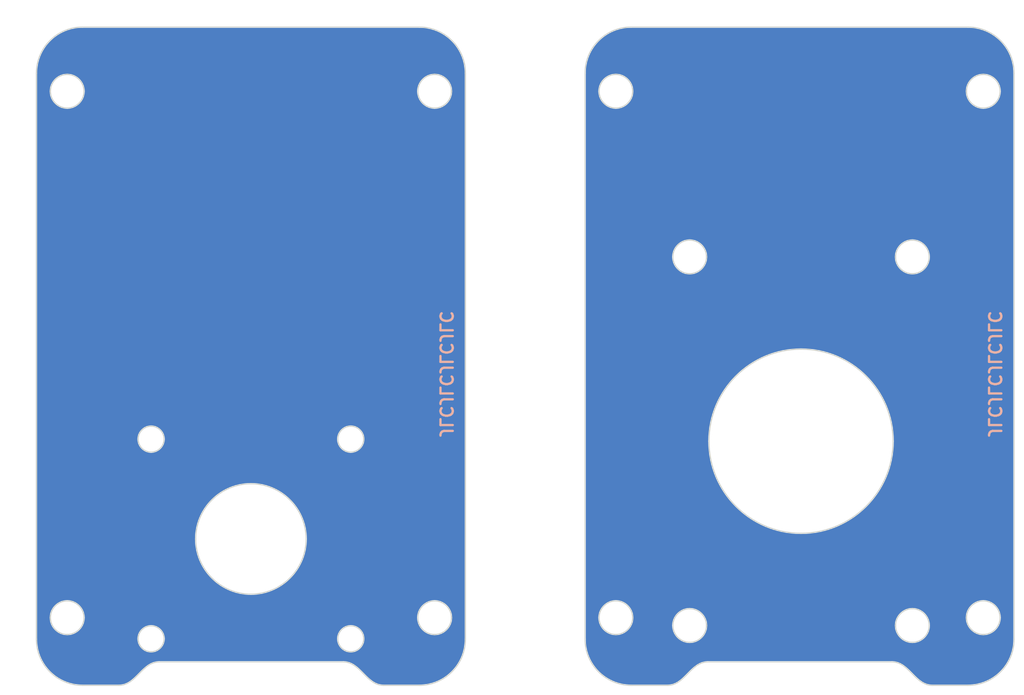
<source format=kicad_pcb>
(kicad_pcb (version 20221018) (generator pcbnew)
  (title_block (title "ISW-OOZY") (rev "1.0"))
  (layers (0 "F.Cu" signal) (31 "B.Cu" signal) (34 "B.Paste" user) (35 "F.Paste" user) (36 "B.SilkS" user "B.Silkscreen") (37 "F.SilkS" user "F.Silkscreen") (38 "B.Mask" user) (39 "F.Mask" user) (44 "Edge.Cuts" user))
  (net 0 "")
  (gr_curve (pts (xy 36.7725 31.981419) (xy 36.7725 31.374312) (xy 37.265393 30.881419) (xy 37.8725 30.881419)) (stroke (width 0.09)) (layer "Edge.Cuts"))
  (gr_curve (pts (xy 71.59625 30.806419) (xy 71.59625 29.150674) (xy 72.940505 27.806419) (xy 74.59625 27.806419)) (stroke (width 0.09)) (layer "Edge.Cuts"))
  (gr_line (start 60.7965 70.656469) (end 58.471596 70.656469) (stroke (width 0.09)) (layer "Edge.Cuts"))
  (gr_curve (pts (xy 91.80325 42.766419) (xy 91.80325 42.159312) (xy 92.296143 41.666419) (xy 92.90325 41.666419)) (stroke (width 0.09)) (layer "Edge.Cuts"))
  (gr_curve (pts (xy 63.7965 67.656469) (xy 63.7965 69.312214) (xy 62.452245 70.656469) (xy 60.7965 70.656469)) (stroke (width 0.09)) (layer "Edge.Cuts"))
  (gr_curve (pts (xy 55.4845 67.631419) (xy 55.4845 67.162291) (xy 55.865372 66.781419) (xy 56.3345 66.781419)) (stroke (width 0.09)) (layer "Edge.Cuts"))
  (gr_curve (pts (xy 79.50325 66.766419) (xy 79.50325 67.373526) (xy 79.010356 67.866419) (xy 78.40325 67.866419)) (stroke (width 0.09)) (layer "Edge.Cuts"))
  (gr_curve (pts (xy 61.7965 65.156419) (xy 62.403606 65.156419) (xy 62.8965 65.649312) (xy 62.8965 66.256419)) (stroke (width 0.09)) (layer "Edge.Cuts"))
  (gr_curve (pts (xy 78.40325 67.866419) (xy 77.796143 67.866419) (xy 77.30325 67.373526) (xy 77.30325 66.766419)) (stroke (width 0.09)) (layer "Edge.Cuts"))
  (gr_curve (pts (xy 94.00325 42.766419) (xy 94.00325 43.373526) (xy 93.510356 43.866419) (xy 92.90325 43.866419)) (stroke (width 0.09)) (layer "Edge.Cuts"))
  (gr_curve (pts (xy 74.69625 31.981419) (xy 74.69625 32.588526) (xy 74.203356 33.081419) (xy 73.59625 33.081419)) (stroke (width 0.09)) (layer "Edge.Cuts"))
  (gr_curve (pts (xy 74.59625 70.656469) (xy 72.940505 70.656469) (xy 71.59625 69.312214) (xy 71.59625 67.656469)) (stroke (width 0.09)) (layer "Edge.Cuts"))
  (gr_curve (pts (xy 79.65325 54.766419) (xy 79.65325 51.454929) (xy 82.34176 48.766419) (xy 85.65325 48.766419)) (stroke (width 0.09)) (layer "Edge.Cuts"))
  (gr_curve (pts (xy 78.40325 43.866419) (xy 77.796143 43.866419) (xy 77.30325 43.373526) (xy 77.30325 42.766419)) (stroke (width 0.09)) (layer "Edge.Cuts"))
  (gr_curve (pts (xy 94.00325 66.766419) (xy 94.00325 67.373526) (xy 93.510356 67.866419) (xy 92.90325 67.866419)) (stroke (width 0.09)) (layer "Edge.Cuts"))
  (gr_curve (pts (xy 73.59625 33.081419) (xy 72.989143 33.081419) (xy 72.49625 32.588526) (xy 72.49625 31.981419)) (stroke (width 0.09)) (layer "Edge.Cuts"))
  (gr_curve (pts (xy 92.90325 41.666419) (xy 93.510356 41.666419) (xy 94.00325 42.159312) (xy 94.00325 42.766419)) (stroke (width 0.09)) (layer "Edge.Cuts"))
  (gr_line (start 55.859127 69.131419) (end 43.859127 69.131419) (stroke (width 0.09)) (layer "Edge.Cuts"))
  (gr_curve (pts (xy 37.8725 30.881419) (xy 38.479606 30.881419) (xy 38.9725 31.374312) (xy 38.9725 31.981419)) (stroke (width 0.09)) (layer "Edge.Cuts"))
  (gr_line (start 63.7965 30.806419) (end 63.7965 67.656469) (stroke (width 0.09)) (layer "Edge.Cuts"))
  (gr_line (start 96.52025 70.656469) (end 94.195347 70.656469) (stroke (width 0.09)) (layer "Edge.Cuts"))
  (gr_curve (pts (xy 57.1845 67.631419) (xy 57.1845 68.100547) (xy 56.803627 68.481419) (xy 56.3345 68.481419)) (stroke (width 0.09)) (layer "Edge.Cuts"))
  (gr_curve (pts (xy 46.2345 61.131419) (xy 46.2345 59.144525) (xy 47.847606 57.531419) (xy 49.8345 57.531419)) (stroke (width 0.09)) (layer "Edge.Cuts"))
  (gr_curve (pts (xy 43.3345 68.481419) (xy 42.865372 68.481419) (xy 42.4845 68.100547) (xy 42.4845 67.631419)) (stroke (width 0.09)) (layer "Edge.Cuts"))
  (gr_line (start 41.246658 70.656469) (end 38.8725 70.656469) (stroke (width 0.09)) (layer "Edge.Cuts"))
  (gr_line (start 74.59625 27.806419) (end 96.52025 27.806419) (stroke (width 0.09)) (layer "Edge.Cuts"))
  (gr_curve (pts (xy 49.8345 64.731419) (xy 47.847606 64.731419) (xy 46.2345 63.118313) (xy 46.2345 61.131419)) (stroke (width 0.09)) (layer "Edge.Cuts"))
  (gr_line (start 91.582878 69.131419) (end 79.582878 69.131419) (stroke (width 0.09)) (layer "Edge.Cuts"))
  (gr_curve (pts (xy 38.9725 31.981419) (xy 38.9725 32.588526) (xy 38.479606 33.081419) (xy 37.8725 33.081419)) (stroke (width 0.09)) (layer "Edge.Cuts"))
  (gr_curve (pts (xy 57.1845 54.631419) (xy 57.1845 55.100547) (xy 56.803627 55.481419) (xy 56.3345 55.481419)) (stroke (width 0.09)) (layer "Edge.Cuts"))
  (gr_curve (pts (xy 62.8965 31.981419) (xy 62.8965 32.588526) (xy 62.403606 33.081419) (xy 61.7965 33.081419)) (stroke (width 0.09)) (layer "Edge.Cuts"))
  (gr_curve (pts (xy 43.3345 66.781419) (xy 43.803627 66.781419) (xy 44.1845 67.162291) (xy 44.1845 67.631419)) (stroke (width 0.09)) (layer "Edge.Cuts"))
  (gr_curve (pts (xy 72.49625 31.981419) (xy 72.49625 31.374312) (xy 72.989143 30.881419) (xy 73.59625 30.881419)) (stroke (width 0.09)) (layer "Edge.Cuts"))
  (gr_curve (pts (xy 92.90325 67.866419) (xy 92.296143 67.866419) (xy 91.80325 67.373526) (xy 91.80325 66.766419)) (stroke (width 0.09)) (layer "Edge.Cuts"))
  (gr_curve (pts (xy 43.3345 55.481419) (xy 42.865372 55.481419) (xy 42.4845 55.100547) (xy 42.4845 54.631419)) (stroke (width 0.09)) (layer "Edge.Cuts"))
  (gr_curve (pts (xy 61.7965 67.356419) (xy 61.189393 67.356419) (xy 60.6965 66.863526) (xy 60.6965 66.256419)) (stroke (width 0.09)) (layer "Edge.Cuts"))
  (gr_curve (pts (xy 73.59625 67.356419) (xy 72.989143 67.356419) (xy 72.49625 66.863526) (xy 72.49625 66.256419)) (stroke (width 0.09)) (layer "Edge.Cuts"))
  (gr_curve (pts (xy 56.3345 66.781419) (xy 56.803627 66.781419) (xy 57.1845 67.162291) (xy 57.1845 67.631419)) (stroke (width 0.09)) (layer "Edge.Cuts"))
  (gr_curve (pts (xy 97.52025 65.156419) (xy 98.127356 65.156419) (xy 98.62025 65.649312) (xy 98.62025 66.256419)) (stroke (width 0.09)) (layer "Edge.Cuts"))
  (gr_curve (pts (xy 91.80325 66.766419) (xy 91.80325 66.159312) (xy 92.296143 65.666419) (xy 92.90325 65.666419)) (stroke (width 0.09)) (layer "Edge.Cuts"))
  (gr_curve (pts (xy 77.30325 42.766419) (xy 77.30325 42.159312) (xy 77.796143 41.666419) (xy 78.40325 41.666419)) (stroke (width 0.09)) (layer "Edge.Cuts"))
  (gr_curve (pts (xy 58.471596 70.656469) (xy 57.351816 70.656469) (xy 56.978907 69.131419) (xy 55.859127 69.131419)) (stroke (width 0.09)) (layer "Edge.Cuts"))
  (gr_line (start 35.8725 67.656469) (end 35.8725 30.806419) (stroke (width 0.09)) (layer "Edge.Cuts"))
  (gr_line (start 76.970409 70.656469) (end 74.59625 70.656469) (stroke (width 0.09)) (layer "Edge.Cuts"))
  (gr_curve (pts (xy 97.52025 33.081419) (xy 96.913143 33.081419) (xy 96.42025 32.588526) (xy 96.42025 31.981419)) (stroke (width 0.09)) (layer "Edge.Cuts"))
  (gr_curve (pts (xy 44.1845 54.631419) (xy 44.1845 55.100547) (xy 43.803627 55.481419) (xy 43.3345 55.481419)) (stroke (width 0.09)) (layer "Edge.Cuts"))
  (gr_curve (pts (xy 73.59625 65.156419) (xy 74.203356 65.156419) (xy 74.69625 65.649312) (xy 74.69625 66.256419)) (stroke (width 0.09)) (layer "Edge.Cuts"))
  (gr_curve (pts (xy 78.40325 65.666419) (xy 79.010356 65.666419) (xy 79.50325 66.159312) (xy 79.50325 66.766419)) (stroke (width 0.09)) (layer "Edge.Cuts"))
  (gr_curve (pts (xy 38.9725 66.256419) (xy 38.9725 66.863526) (xy 38.479606 67.356419) (xy 37.8725 67.356419)) (stroke (width 0.09)) (layer "Edge.Cuts"))
  (gr_curve (pts (xy 85.65325 60.766419) (xy 82.34176 60.766419) (xy 79.65325 58.077909) (xy 79.65325 54.766419)) (stroke (width 0.09)) (layer "Edge.Cuts"))
  (gr_curve (pts (xy 92.90325 65.666419) (xy 93.510356 65.666419) (xy 94.00325 66.159312) (xy 94.00325 66.766419)) (stroke (width 0.09)) (layer "Edge.Cuts"))
  (gr_curve (pts (xy 55.4845 54.631419) (xy 55.4845 54.162291) (xy 55.865372 53.781419) (xy 56.3345 53.781419)) (stroke (width 0.09)) (layer "Edge.Cuts"))
  (gr_curve (pts (xy 42.4845 67.631419) (xy 42.4845 67.162291) (xy 42.865372 66.781419) (xy 43.3345 66.781419)) (stroke (width 0.09)) (layer "Edge.Cuts"))
  (gr_curve (pts (xy 49.8345 57.531419) (xy 51.821394 57.531419) (xy 53.4345 59.144525) (xy 53.4345 61.131419)) (stroke (width 0.09)) (layer "Edge.Cuts"))
  (gr_curve (pts (xy 78.40325 41.666419) (xy 79.010356 41.666419) (xy 79.50325 42.159312) (xy 79.50325 42.766419)) (stroke (width 0.09)) (layer "Edge.Cuts"))
  (gr_curve (pts (xy 77.30325 66.766419) (xy 77.30325 66.159312) (xy 77.796143 65.666419) (xy 78.40325 65.666419)) (stroke (width 0.09)) (layer "Edge.Cuts"))
  (gr_curve (pts (xy 38.8725 70.656469) (xy 37.216755 70.656469) (xy 35.8725 69.312214) (xy 35.8725 67.656469)) (stroke (width 0.09)) (layer "Edge.Cuts"))
  (gr_curve (pts (xy 79.50325 42.766419) (xy 79.50325 43.373526) (xy 79.010356 43.866419) (xy 78.40325 43.866419)) (stroke (width 0.09)) (layer "Edge.Cuts"))
  (gr_curve (pts (xy 56.3345 55.481419) (xy 55.865372 55.481419) (xy 55.4845 55.100547) (xy 55.4845 54.631419)) (stroke (width 0.09)) (layer "Edge.Cuts"))
  (gr_curve (pts (xy 56.3345 68.481419) (xy 55.865372 68.481419) (xy 55.4845 68.100547) (xy 55.4845 67.631419)) (stroke (width 0.09)) (layer "Edge.Cuts"))
  (gr_line (start 99.52025 30.806419) (end 99.52025 67.656469) (stroke (width 0.09)) (layer "Edge.Cuts"))
  (gr_curve (pts (xy 37.8725 67.356419) (xy 37.265393 67.356419) (xy 36.7725 66.863526) (xy 36.7725 66.256419)) (stroke (width 0.09)) (layer "Edge.Cuts"))
  (gr_curve (pts (xy 85.65325 48.766419) (xy 88.96474 48.766419) (xy 91.65325 51.454929) (xy 91.65325 54.766419)) (stroke (width 0.09)) (layer "Edge.Cuts"))
  (gr_curve (pts (xy 96.42025 31.981419) (xy 96.42025 31.374312) (xy 96.913143 30.881419) (xy 97.52025 30.881419)) (stroke (width 0.09)) (layer "Edge.Cuts"))
  (gr_curve (pts (xy 36.7725 66.256419) (xy 36.7725 65.649312) (xy 37.265393 65.156419) (xy 37.8725 65.156419)) (stroke (width 0.09)) (layer "Edge.Cuts"))
  (gr_line (start 71.59625 67.656469) (end 71.59625 30.806419) (stroke (width 0.09)) (layer "Edge.Cuts"))
  (gr_curve (pts (xy 61.7965 33.081419) (xy 61.189393 33.081419) (xy 60.6965 32.588526) (xy 60.6965 31.981419)) (stroke (width 0.09)) (layer "Edge.Cuts"))
  (gr_curve (pts (xy 91.65325 54.766419) (xy 91.65325 58.077909) (xy 88.96474 60.766419) (xy 85.65325 60.766419)) (stroke (width 0.09)) (layer "Edge.Cuts"))
  (gr_curve (pts (xy 56.3345 53.781419) (xy 56.803627 53.781419) (xy 57.1845 54.162291) (xy 57.1845 54.631419)) (stroke (width 0.09)) (layer "Edge.Cuts"))
  (gr_curve (pts (xy 74.69625 66.256419) (xy 74.69625 66.863526) (xy 74.203356 67.356419) (xy 73.59625 67.356419)) (stroke (width 0.09)) (layer "Edge.Cuts"))
  (gr_curve (pts (xy 35.8725 30.806419) (xy 35.8725 29.150674) (xy 37.216755 27.806419) (xy 38.8725 27.806419)) (stroke (width 0.09)) (layer "Edge.Cuts"))
  (gr_curve (pts (xy 97.52025 30.881419) (xy 98.127356 30.881419) (xy 98.62025 31.374312) (xy 98.62025 31.981419)) (stroke (width 0.09)) (layer "Edge.Cuts"))
  (gr_curve (pts (xy 60.6965 31.981419) (xy 60.6965 31.374312) (xy 61.189393 30.881419) (xy 61.7965 30.881419)) (stroke (width 0.09)) (layer "Edge.Cuts"))
  (gr_curve (pts (xy 98.62025 31.981419) (xy 98.62025 32.588526) (xy 98.127356 33.081419) (xy 97.52025 33.081419)) (stroke (width 0.09)) (layer "Edge.Cuts"))
  (gr_curve (pts (xy 43.859127 69.131419) (xy 42.739347 69.131419) (xy 42.366439 70.656469) (xy 41.246658 70.656469)) (stroke (width 0.09)) (layer "Edge.Cuts"))
  (gr_curve (pts (xy 99.52025 67.656469) (xy 99.52025 69.312214) (xy 98.175995 70.656469) (xy 96.52025 70.656469)) (stroke (width 0.09)) (layer "Edge.Cuts"))
  (gr_curve (pts (xy 37.8725 65.156419) (xy 38.479606 65.156419) (xy 38.9725 65.649312) (xy 38.9725 66.256419)) (stroke (width 0.09)) (layer "Edge.Cuts"))
  (gr_curve (pts (xy 42.4845 54.631419) (xy 42.4845 54.162291) (xy 42.865372 53.781419) (xy 43.3345 53.781419)) (stroke (width 0.09)) (layer "Edge.Cuts"))
  (gr_curve (pts (xy 53.4345 61.131419) (xy 53.4345 63.118313) (xy 51.821394 64.731419) (xy 49.8345 64.731419)) (stroke (width 0.09)) (layer "Edge.Cuts"))
  (gr_curve (pts (xy 98.62025 66.256419) (xy 98.62025 66.863526) (xy 98.127356 67.356419) (xy 97.52025 67.356419)) (stroke (width 0.09)) (layer "Edge.Cuts"))
  (gr_curve (pts (xy 97.52025 67.356419) (xy 96.913143 67.356419) (xy 96.42025 66.863526) (xy 96.42025 66.256419)) (stroke (width 0.09)) (layer "Edge.Cuts"))
  (gr_curve (pts (xy 94.195347 70.656469) (xy 93.075566 70.656469) (xy 92.702658 69.131419) (xy 91.582878 69.131419)) (stroke (width 0.09)) (layer "Edge.Cuts"))
  (gr_curve (pts (xy 73.59625 30.881419) (xy 74.203356 30.881419) (xy 74.69625 31.374312) (xy 74.69625 31.981419)) (stroke (width 0.09)) (layer "Edge.Cuts"))
  (gr_curve (pts (xy 96.52025 27.806419) (xy 98.175995 27.806419) (xy 99.52025 29.150674) (xy 99.52025 30.806419)) (stroke (width 0.09)) (layer "Edge.Cuts"))
  (gr_curve (pts (xy 60.6965 66.256419) (xy 60.6965 65.649312) (xy 61.189393 65.156419) (xy 61.7965 65.156419)) (stroke (width 0.09)) (layer "Edge.Cuts"))
  (gr_curve (pts (xy 37.8725 33.081419) (xy 37.265393 33.081419) (xy 36.7725 32.588526) (xy 36.7725 31.981419)) (stroke (width 0.09)) (layer "Edge.Cuts"))
  (gr_curve (pts (xy 44.1845 67.631419) (xy 44.1845 68.100547) (xy 43.803627 68.481419) (xy 43.3345 68.481419)) (stroke (width 0.09)) (layer "Edge.Cuts"))
  (gr_curve (pts (xy 79.582878 69.131419) (xy 78.463098 69.131419) (xy 78.090189 70.656469) (xy 76.970409 70.656469)) (stroke (width 0.09)) (layer "Edge.Cuts"))
  (gr_curve (pts (xy 62.8965 66.256419) (xy 62.8965 66.863526) (xy 62.403606 67.356419) (xy 61.7965 67.356419)) (stroke (width 0.09)) (layer "Edge.Cuts"))
  (gr_curve (pts (xy 60.7965 27.806419) (xy 62.452245 27.806419) (xy 63.7965 29.150674) (xy 63.7965 30.806419)) (stroke (width 0.09)) (layer "Edge.Cuts"))
  (gr_curve (pts (xy 61.7965 30.881419) (xy 62.403606 30.881419) (xy 62.8965 31.374312) (xy 62.8965 31.981419)) (stroke (width 0.09)) (layer "Edge.Cuts"))
  (gr_curve (pts (xy 72.49625 66.256419) (xy 72.49625 65.649312) (xy 72.989143 65.156419) (xy 73.59625 65.156419)) (stroke (width 0.09)) (layer "Edge.Cuts"))
  (gr_curve (pts (xy 92.90325 43.866419) (xy 92.296143 43.866419) (xy 91.80325 43.373526) (xy 91.80325 42.766419)) (stroke (width 0.09)) (layer "Edge.Cuts"))
  (gr_curve (pts (xy 43.3345 53.781419) (xy 43.803627 53.781419) (xy 44.1845 54.162291) (xy 44.1845 54.631419)) (stroke (width 0.09)) (layer "Edge.Cuts"))
  (gr_line (start 38.8725 27.806419) (end 60.7965 27.806419) (stroke (width 0.09)) (layer "Edge.Cuts"))
  (gr_curve (pts (xy 96.42025 66.256419) (xy 96.42025 65.649312) (xy 96.913143 65.156419) (xy 97.52025 65.156419)) (stroke (width 0.09)) (layer "Edge.Cuts"))
  (gr_text "JLCJLCJLCJLC" (at 97.79 54.61375 -90) (layer "B.SilkS") (effects (font (size 0.8 0.8)) (justify left bottom mirror)))
  (gr_text "JLCJLCJLCJLC" (at 62.07125 54.61375 -90) (layer "B.SilkS") (effects (font (size 0.8 0.8)) (justify left bottom mirror)))
  (zone (net 0) (net_name "") (layers "F&B.Cu") (priority 1) (connect_pads (clearance 0.5)) (min_thickness 0.25) (fill yes (thermal_gap 0.5) (thermal_bridge_width 0.5) (island_removal_mode 1) (island_area_min 10))
    (polygon (pts (xy 69.215 26.03875) (xy 100.17125 26.03875) (xy 100.17125 71.2825) (xy 69.215 71.2825)))
  )
  (zone (net 0) (net_name "") (layers "F&B.Cu") (connect_pads (clearance 0.5)) (min_thickness 0.25) (fill yes (thermal_gap 0.5) (thermal_bridge_width 0.5) (island_removal_mode 1) (island_area_min 10))
    (polygon (pts (xy 33.49625 26.03875) (xy 64.4525 26.03875) (xy 64.4525 71.2825) (xy 33.49625 71.2825)))
  )
)
</source>
